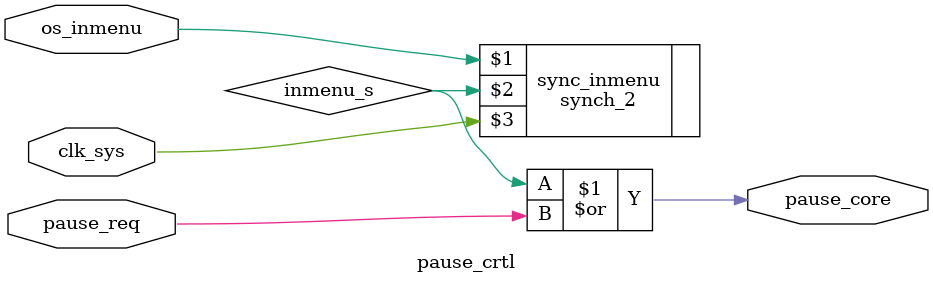
<source format=sv>

`default_nettype none

module pause_crtl
    (
        input  logic clk_sys,   //! Clock to Sync To (eg: clk_sys)
        input  logic os_inmenu, //! Menu Status (active-high when menu is open)
        input  logic pause_req, //! Pause Requested by another Module
        output logic pause_core //! Pause signal to Core
    );

    // Synchronize Home/Analogue Button
    reg inmenu_s;
    synch_2 sync_inmenu(os_inmenu, inmenu_s, clk_sys);

    assign pause_core = (inmenu_s | pause_req);

endmodule

</source>
